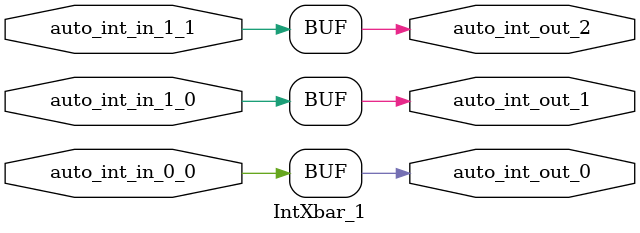
<source format=sv>

`ifndef ASSERT_VERBOSE_COND_
  `ifdef ASSERT_VERBOSE_COND
    `define ASSERT_VERBOSE_COND_ (`ASSERT_VERBOSE_COND)
  `else  // ASSERT_VERBOSE_COND
    `define ASSERT_VERBOSE_COND_ 1
  `endif // ASSERT_VERBOSE_COND
`endif // not def ASSERT_VERBOSE_COND_

// Users can define 'STOP_COND' to add an extra gate to stop conditions.
`ifndef STOP_COND_
  `ifdef STOP_COND
    `define STOP_COND_ (`STOP_COND)
  `else  // STOP_COND
    `define STOP_COND_ 1
  `endif // STOP_COND
`endif // not def STOP_COND_

module IntXbar_1(
  input  auto_int_in_1_0,
         auto_int_in_1_1,
         auto_int_in_0_0,
  output auto_int_out_0,
         auto_int_out_1,
         auto_int_out_2
);

  assign auto_int_out_0 = auto_int_in_0_0;
  assign auto_int_out_1 = auto_int_in_1_0;
  assign auto_int_out_2 = auto_int_in_1_1;
endmodule


</source>
